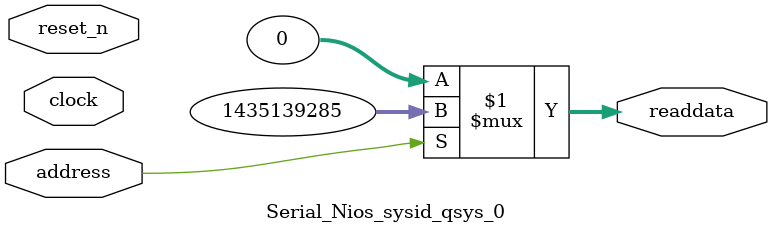
<source format=v>

`timescale 1ns / 1ps
// synthesis translate_on

// turn off superfluous verilog processor warnings 
// altera message_level Level1 
// altera message_off 10034 10035 10036 10037 10230 10240 10030 

module Serial_Nios_sysid_qsys_0 (
               // inputs:
                address,
                clock,
                reset_n,

               // outputs:
                readdata
             )
;

  output  [ 31: 0] readdata;
  input            address;
  input            clock;
  input            reset_n;

  wire    [ 31: 0] readdata;
  //control_slave, which is an e_avalon_slave
  assign readdata = address ? 1435139285 : 0;

endmodule




</source>
